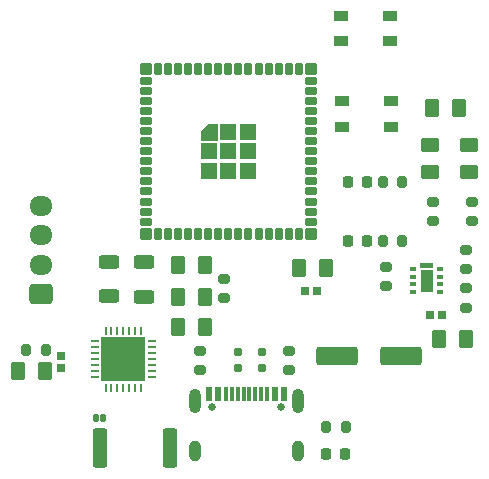
<source format=gts>
G04 #@! TF.GenerationSoftware,KiCad,Pcbnew,7.0.6*
G04 #@! TF.CreationDate,2025-03-26T20:14:53+01:00*
G04 #@! TF.ProjectId,Stepper ESP,53746570-7065-4722-9045-53502e6b6963,rev?*
G04 #@! TF.SameCoordinates,Original*
G04 #@! TF.FileFunction,Soldermask,Top*
G04 #@! TF.FilePolarity,Negative*
%FSLAX46Y46*%
G04 Gerber Fmt 4.6, Leading zero omitted, Abs format (unit mm)*
G04 Created by KiCad (PCBNEW 7.0.6) date 2025-03-26 20:14:53*
%MOMM*%
%LPD*%
G01*
G04 APERTURE LIST*
G04 Aperture macros list*
%AMRoundRect*
0 Rectangle with rounded corners*
0 $1 Rounding radius*
0 $2 $3 $4 $5 $6 $7 $8 $9 X,Y pos of 4 corners*
0 Add a 4 corners polygon primitive as box body*
4,1,4,$2,$3,$4,$5,$6,$7,$8,$9,$2,$3,0*
0 Add four circle primitives for the rounded corners*
1,1,$1+$1,$2,$3*
1,1,$1+$1,$4,$5*
1,1,$1+$1,$6,$7*
1,1,$1+$1,$8,$9*
0 Add four rect primitives between the rounded corners*
20,1,$1+$1,$2,$3,$4,$5,0*
20,1,$1+$1,$4,$5,$6,$7,0*
20,1,$1+$1,$6,$7,$8,$9,0*
20,1,$1+$1,$8,$9,$2,$3,0*%
G04 Aperture macros list end*
%ADD10C,0.010000*%
%ADD11R,0.625000X0.400000*%
%ADD12R,0.350000X0.275000*%
%ADD13R,1.100000X1.900000*%
%ADD14R,0.762000X0.254000*%
%ADD15R,0.254000X0.762000*%
%ADD16R,3.800000X3.800000*%
%ADD17RoundRect,0.102000X-0.400000X-0.200000X0.400000X-0.200000X0.400000X0.200000X-0.400000X0.200000X0*%
%ADD18RoundRect,0.102000X-0.200000X-0.400000X0.200000X-0.400000X0.200000X0.400000X-0.200000X0.400000X0*%
%ADD19RoundRect,0.102000X-0.600000X-0.600000X0.600000X-0.600000X0.600000X0.600000X-0.600000X0.600000X0*%
%ADD20RoundRect,0.102000X-0.400000X-0.400000X0.400000X-0.400000X0.400000X0.400000X-0.400000X0.400000X0*%
%ADD21RoundRect,0.102000X-0.525000X-0.325000X0.525000X-0.325000X0.525000X0.325000X-0.525000X0.325000X0*%
%ADD22RoundRect,0.200000X0.200000X0.275000X-0.200000X0.275000X-0.200000X-0.275000X0.200000X-0.275000X0*%
%ADD23RoundRect,0.200000X-0.200000X-0.275000X0.200000X-0.275000X0.200000X0.275000X-0.200000X0.275000X0*%
%ADD24RoundRect,0.200000X-0.275000X0.200000X-0.275000X-0.200000X0.275000X-0.200000X0.275000X0.200000X0*%
%ADD25RoundRect,0.250000X0.625000X-0.312500X0.625000X0.312500X-0.625000X0.312500X-0.625000X-0.312500X0*%
%ADD26RoundRect,0.200000X0.275000X-0.200000X0.275000X0.200000X-0.275000X0.200000X-0.275000X-0.200000X0*%
%ADD27RoundRect,0.250000X-0.362500X-1.425000X0.362500X-1.425000X0.362500X1.425000X-0.362500X1.425000X0*%
%ADD28O,1.000000X1.800000*%
%ADD29O,1.000000X2.100000*%
%ADD30R,0.600000X1.240000*%
%ADD31R,0.300000X1.240000*%
%ADD32C,0.650000*%
%ADD33RoundRect,0.218750X-0.218750X-0.256250X0.218750X-0.256250X0.218750X0.256250X-0.218750X0.256250X0*%
%ADD34RoundRect,0.102000X0.200000X-0.240000X0.200000X0.240000X-0.200000X0.240000X-0.200000X-0.240000X0*%
%ADD35RoundRect,0.102000X-0.450000X-0.650000X0.450000X-0.650000X0.450000X0.650000X-0.450000X0.650000X0*%
%ADD36RoundRect,0.102000X0.650000X-0.450000X0.650000X0.450000X-0.650000X0.450000X-0.650000X-0.450000X0*%
%ADD37RoundRect,0.102000X0.450000X0.650000X-0.450000X0.650000X-0.450000X-0.650000X0.450000X-0.650000X0*%
%ADD38RoundRect,0.102000X-0.250000X-0.250000X0.250000X-0.250000X0.250000X0.250000X-0.250000X0.250000X0*%
%ADD39RoundRect,0.102000X-0.190000X-0.200000X0.190000X-0.200000X0.190000X0.200000X-0.190000X0.200000X0*%
%ADD40RoundRect,0.102000X-0.250000X0.250000X-0.250000X-0.250000X0.250000X-0.250000X0.250000X0.250000X0*%
%ADD41RoundRect,0.250000X-1.500000X-0.550000X1.500000X-0.550000X1.500000X0.550000X-1.500000X0.550000X0*%
%ADD42RoundRect,0.250000X0.725000X-0.600000X0.725000X0.600000X-0.725000X0.600000X-0.725000X-0.600000X0*%
%ADD43O,1.950000X1.700000*%
G04 APERTURE END LIST*
G36*
X126250000Y-63737000D02*
G01*
X125100000Y-63737000D01*
X125100000Y-63337000D01*
X126250000Y-63337000D01*
X126250000Y-63737000D01*
G37*
D10*
X107950000Y-52950000D02*
X106550000Y-52950000D01*
X106550000Y-52200000D01*
X107200000Y-51550000D01*
X107950000Y-51550000D01*
X107950000Y-52950000D01*
G36*
X107950000Y-52950000D02*
G01*
X106550000Y-52950000D01*
X106550000Y-52200000D01*
X107200000Y-51550000D01*
X107950000Y-51550000D01*
X107950000Y-52950000D01*
G37*
D11*
X124562500Y-63862001D03*
X124562500Y-64511999D03*
X124562500Y-65162001D03*
X124562500Y-65811999D03*
X126787500Y-65811999D03*
X126787500Y-65162001D03*
X126787500Y-64511999D03*
X126787500Y-63862001D03*
D12*
X126000000Y-63500000D03*
X125350000Y-63500000D03*
D13*
X125675000Y-64837000D03*
D14*
X97574300Y-70000000D03*
X97574300Y-70499999D03*
X97574300Y-71000001D03*
X97574300Y-71500000D03*
X97574300Y-71999999D03*
X97574300Y-72500001D03*
X97574300Y-73000000D03*
D15*
X98500000Y-73925700D03*
X98999999Y-73925700D03*
X99500001Y-73925700D03*
X100000000Y-73925700D03*
X100499999Y-73925700D03*
X101000001Y-73925700D03*
X101500000Y-73925700D03*
D14*
X102425700Y-73000000D03*
X102425700Y-72500001D03*
X102425700Y-71999999D03*
X102425700Y-71500000D03*
X102425700Y-71000001D03*
X102425700Y-70499999D03*
X102425700Y-70000000D03*
D15*
X101500000Y-69074300D03*
X101000001Y-69074300D03*
X100499999Y-69074300D03*
X100000000Y-69074300D03*
X99500001Y-69074300D03*
X98999999Y-69074300D03*
X98500000Y-69074300D03*
D16*
X100000000Y-71500000D03*
D17*
X101900000Y-47950000D03*
X101900000Y-48800000D03*
X101900000Y-49650000D03*
X101900000Y-50500000D03*
X101900000Y-51350000D03*
X101900000Y-52200000D03*
X101900000Y-53050000D03*
X101900000Y-53900000D03*
X101900000Y-54750000D03*
X101900000Y-55600000D03*
X101900000Y-56450000D03*
X101900000Y-57300000D03*
X101900000Y-58150000D03*
X101900000Y-59000000D03*
X101900000Y-59850000D03*
D18*
X102950000Y-60900000D03*
X103800000Y-60900000D03*
X104650000Y-60900000D03*
X105500000Y-60900000D03*
X106350000Y-60900000D03*
X107200000Y-60900000D03*
X108050000Y-60900000D03*
X108900000Y-60900000D03*
X109750000Y-60900000D03*
X110600000Y-60900000D03*
X111450000Y-60900000D03*
X112300000Y-60900000D03*
X113150000Y-60900000D03*
X114000000Y-60900000D03*
X114850000Y-60900000D03*
D17*
X115900000Y-59850000D03*
X115900000Y-59000000D03*
X115900000Y-58150000D03*
X115900000Y-57300000D03*
X115900000Y-56450000D03*
X115900000Y-55600000D03*
X115900000Y-54750000D03*
X115900000Y-53900000D03*
X115900000Y-53050000D03*
X115900000Y-52200000D03*
X115900000Y-51350000D03*
X115900000Y-50500000D03*
X115900000Y-49650000D03*
X115900000Y-48800000D03*
X115900000Y-47950000D03*
D18*
X114850000Y-46900000D03*
X114000000Y-46900000D03*
X113150000Y-46900000D03*
X112300000Y-46900000D03*
X111450000Y-46900000D03*
X110600000Y-46900000D03*
X109750000Y-46900000D03*
X108900000Y-46900000D03*
X108050000Y-46900000D03*
X107200000Y-46900000D03*
X106350000Y-46900000D03*
X105500000Y-46900000D03*
X104650000Y-46900000D03*
X103800000Y-46900000D03*
X102950000Y-46900000D03*
D19*
X108900000Y-53900000D03*
X108900000Y-52250000D03*
X110550000Y-52250000D03*
X110550000Y-53900000D03*
X110550000Y-55550000D03*
X108900000Y-55550000D03*
X107250000Y-55550000D03*
X107250000Y-53900000D03*
D20*
X101900000Y-46900000D03*
X101900000Y-60900000D03*
X115900000Y-60900000D03*
X115900000Y-46900000D03*
D21*
X122650000Y-51825000D03*
X118500000Y-51825000D03*
X122650000Y-49675000D03*
X118500000Y-49675000D03*
X122575000Y-44575000D03*
X118425000Y-44575000D03*
X122575000Y-42425000D03*
X118425000Y-42425000D03*
D22*
X117175000Y-77250000D03*
X118825000Y-77250000D03*
D23*
X123635000Y-61500000D03*
X121985000Y-61500000D03*
X121985000Y-56500000D03*
X123635000Y-56500000D03*
D22*
X91775000Y-70750000D03*
X93425000Y-70750000D03*
D24*
X129500000Y-58175000D03*
X129500000Y-59825000D03*
X126250000Y-58175000D03*
X126250000Y-59825000D03*
D25*
X101790000Y-66212500D03*
X101790000Y-63287500D03*
X98750000Y-66175000D03*
X98750000Y-63250000D03*
D24*
X129037500Y-65486999D03*
X129037500Y-67136999D03*
X129037500Y-63886999D03*
X129037500Y-62236999D03*
D26*
X122250000Y-65325000D03*
X122250000Y-63675000D03*
D24*
X108500000Y-64675000D03*
X108500000Y-66325000D03*
D27*
X98037500Y-79000000D03*
X103962500Y-79000000D03*
D24*
X114000000Y-70765000D03*
X114000000Y-72415000D03*
X106500000Y-70765000D03*
X106500000Y-72415000D03*
D28*
X114750000Y-79250000D03*
D29*
X114750000Y-75050000D03*
X106110000Y-75050000D03*
D28*
X106110000Y-79250000D03*
D30*
X107230000Y-74450000D03*
X108030000Y-74450000D03*
D31*
X108680000Y-74450000D03*
X109680000Y-74450000D03*
X111180000Y-74450000D03*
X112180000Y-74450000D03*
D30*
X112830000Y-74450000D03*
X113630000Y-74450000D03*
X113630000Y-74450000D03*
X112830000Y-74450000D03*
D31*
X111680000Y-74450000D03*
X110680000Y-74450000D03*
X110180000Y-74450000D03*
X109180000Y-74450000D03*
D30*
X108030000Y-74450000D03*
X107230000Y-74450000D03*
D32*
X113320000Y-75570000D03*
X107540000Y-75570000D03*
D33*
X119022500Y-56500000D03*
X120597500Y-56500000D03*
X119022500Y-61500000D03*
X120597500Y-61500000D03*
X117175000Y-79500000D03*
X118750000Y-79500000D03*
D34*
X109750000Y-72250000D03*
X109750000Y-70930000D03*
X111750000Y-72250000D03*
X111750000Y-70930000D03*
D35*
X126100000Y-50250000D03*
X128400000Y-50250000D03*
D36*
X126000000Y-55650000D03*
X126000000Y-53350000D03*
D37*
X129050000Y-69750000D03*
X126750000Y-69750000D03*
D38*
X127000000Y-67750000D03*
X126000000Y-67750000D03*
X115400000Y-65750000D03*
X116400000Y-65750000D03*
D37*
X117150000Y-63750000D03*
X114850000Y-63750000D03*
D36*
X129250000Y-55650000D03*
X129250000Y-53350000D03*
D37*
X106900000Y-68750000D03*
X104600000Y-68750000D03*
D39*
X97719000Y-76500000D03*
X98281000Y-76500000D03*
D40*
X94750000Y-72250000D03*
X94750000Y-71250000D03*
D37*
X93400000Y-72500000D03*
X91100000Y-72500000D03*
D35*
X104600000Y-66250000D03*
X106900000Y-66250000D03*
X104600000Y-63500000D03*
X106900000Y-63500000D03*
D41*
X118100000Y-71250000D03*
X123500000Y-71250000D03*
D42*
X93000000Y-66000000D03*
D43*
X93000000Y-63500000D03*
X93000000Y-61000000D03*
X93000000Y-58500000D03*
M02*

</source>
